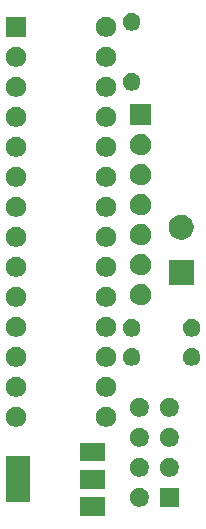
<source format=gts>
G04 #@! TF.GenerationSoftware,KiCad,Pcbnew,5.1.5*
G04 #@! TF.CreationDate,2020-02-12T19:01:32+05:30*
G04 #@! TF.ProjectId,schematics,73636865-6d61-4746-9963-732e6b696361,rev?*
G04 #@! TF.SameCoordinates,Original*
G04 #@! TF.FileFunction,Soldermask,Top*
G04 #@! TF.FilePolarity,Negative*
%FSLAX46Y46*%
G04 Gerber Fmt 4.6, Leading zero omitted, Abs format (unit mm)*
G04 Created by KiCad (PCBNEW 5.1.5) date 2020-02-12 19:01:32*
%MOMM*%
%LPD*%
G04 APERTURE LIST*
%ADD10C,0.100000*%
G04 APERTURE END LIST*
D10*
G36*
X138440000Y-117020000D02*
G01*
X136338000Y-117020000D01*
X136338000Y-115418000D01*
X138440000Y-115418000D01*
X138440000Y-117020000D01*
G37*
G36*
X144704000Y-116256000D02*
G01*
X143078000Y-116256000D01*
X143078000Y-114630000D01*
X144704000Y-114630000D01*
X144704000Y-116256000D01*
G37*
G36*
X141588142Y-114661242D02*
G01*
X141736101Y-114722529D01*
X141869255Y-114811499D01*
X141982501Y-114924745D01*
X142071471Y-115057899D01*
X142132758Y-115205858D01*
X142164000Y-115362925D01*
X142164000Y-115523075D01*
X142132758Y-115680142D01*
X142071471Y-115828101D01*
X141982501Y-115961255D01*
X141869255Y-116074501D01*
X141736101Y-116163471D01*
X141588142Y-116224758D01*
X141431075Y-116256000D01*
X141270925Y-116256000D01*
X141113858Y-116224758D01*
X140965899Y-116163471D01*
X140832745Y-116074501D01*
X140719499Y-115961255D01*
X140630529Y-115828101D01*
X140569242Y-115680142D01*
X140538000Y-115523075D01*
X140538000Y-115362925D01*
X140569242Y-115205858D01*
X140630529Y-115057899D01*
X140719499Y-114924745D01*
X140832745Y-114811499D01*
X140965899Y-114722529D01*
X141113858Y-114661242D01*
X141270925Y-114630000D01*
X141431075Y-114630000D01*
X141588142Y-114661242D01*
G37*
G36*
X132140000Y-115870000D02*
G01*
X130038000Y-115870000D01*
X130038000Y-111968000D01*
X132140000Y-111968000D01*
X132140000Y-115870000D01*
G37*
G36*
X138440000Y-114720000D02*
G01*
X136338000Y-114720000D01*
X136338000Y-113118000D01*
X138440000Y-113118000D01*
X138440000Y-114720000D01*
G37*
G36*
X141588142Y-112121242D02*
G01*
X141736101Y-112182529D01*
X141869255Y-112271499D01*
X141982501Y-112384745D01*
X142071471Y-112517899D01*
X142132758Y-112665858D01*
X142164000Y-112822925D01*
X142164000Y-112983075D01*
X142132758Y-113140142D01*
X142071471Y-113288101D01*
X141982501Y-113421255D01*
X141869255Y-113534501D01*
X141736101Y-113623471D01*
X141588142Y-113684758D01*
X141431075Y-113716000D01*
X141270925Y-113716000D01*
X141113858Y-113684758D01*
X140965899Y-113623471D01*
X140832745Y-113534501D01*
X140719499Y-113421255D01*
X140630529Y-113288101D01*
X140569242Y-113140142D01*
X140538000Y-112983075D01*
X140538000Y-112822925D01*
X140569242Y-112665858D01*
X140630529Y-112517899D01*
X140719499Y-112384745D01*
X140832745Y-112271499D01*
X140965899Y-112182529D01*
X141113858Y-112121242D01*
X141270925Y-112090000D01*
X141431075Y-112090000D01*
X141588142Y-112121242D01*
G37*
G36*
X144128142Y-112121242D02*
G01*
X144276101Y-112182529D01*
X144409255Y-112271499D01*
X144522501Y-112384745D01*
X144611471Y-112517899D01*
X144672758Y-112665858D01*
X144704000Y-112822925D01*
X144704000Y-112983075D01*
X144672758Y-113140142D01*
X144611471Y-113288101D01*
X144522501Y-113421255D01*
X144409255Y-113534501D01*
X144276101Y-113623471D01*
X144128142Y-113684758D01*
X143971075Y-113716000D01*
X143810925Y-113716000D01*
X143653858Y-113684758D01*
X143505899Y-113623471D01*
X143372745Y-113534501D01*
X143259499Y-113421255D01*
X143170529Y-113288101D01*
X143109242Y-113140142D01*
X143078000Y-112983075D01*
X143078000Y-112822925D01*
X143109242Y-112665858D01*
X143170529Y-112517899D01*
X143259499Y-112384745D01*
X143372745Y-112271499D01*
X143505899Y-112182529D01*
X143653858Y-112121242D01*
X143810925Y-112090000D01*
X143971075Y-112090000D01*
X144128142Y-112121242D01*
G37*
G36*
X138440000Y-112420000D02*
G01*
X136338000Y-112420000D01*
X136338000Y-110818000D01*
X138440000Y-110818000D01*
X138440000Y-112420000D01*
G37*
G36*
X144128142Y-109581242D02*
G01*
X144276101Y-109642529D01*
X144409255Y-109731499D01*
X144522501Y-109844745D01*
X144611471Y-109977899D01*
X144672758Y-110125858D01*
X144704000Y-110282925D01*
X144704000Y-110443075D01*
X144672758Y-110600142D01*
X144611471Y-110748101D01*
X144522501Y-110881255D01*
X144409255Y-110994501D01*
X144276101Y-111083471D01*
X144128142Y-111144758D01*
X143971075Y-111176000D01*
X143810925Y-111176000D01*
X143653858Y-111144758D01*
X143505899Y-111083471D01*
X143372745Y-110994501D01*
X143259499Y-110881255D01*
X143170529Y-110748101D01*
X143109242Y-110600142D01*
X143078000Y-110443075D01*
X143078000Y-110282925D01*
X143109242Y-110125858D01*
X143170529Y-109977899D01*
X143259499Y-109844745D01*
X143372745Y-109731499D01*
X143505899Y-109642529D01*
X143653858Y-109581242D01*
X143810925Y-109550000D01*
X143971075Y-109550000D01*
X144128142Y-109581242D01*
G37*
G36*
X141588142Y-109581242D02*
G01*
X141736101Y-109642529D01*
X141869255Y-109731499D01*
X141982501Y-109844745D01*
X142071471Y-109977899D01*
X142132758Y-110125858D01*
X142164000Y-110282925D01*
X142164000Y-110443075D01*
X142132758Y-110600142D01*
X142071471Y-110748101D01*
X141982501Y-110881255D01*
X141869255Y-110994501D01*
X141736101Y-111083471D01*
X141588142Y-111144758D01*
X141431075Y-111176000D01*
X141270925Y-111176000D01*
X141113858Y-111144758D01*
X140965899Y-111083471D01*
X140832745Y-110994501D01*
X140719499Y-110881255D01*
X140630529Y-110748101D01*
X140569242Y-110600142D01*
X140538000Y-110443075D01*
X140538000Y-110282925D01*
X140569242Y-110125858D01*
X140630529Y-109977899D01*
X140719499Y-109844745D01*
X140832745Y-109731499D01*
X140965899Y-109642529D01*
X141113858Y-109581242D01*
X141270925Y-109550000D01*
X141431075Y-109550000D01*
X141588142Y-109581242D01*
G37*
G36*
X131167229Y-107817704D02*
G01*
X131322101Y-107881854D01*
X131461482Y-107974986D01*
X131580016Y-108093520D01*
X131673148Y-108232901D01*
X131737298Y-108387773D01*
X131770001Y-108552185D01*
X131770001Y-108719817D01*
X131737298Y-108884229D01*
X131673148Y-109039101D01*
X131580016Y-109178482D01*
X131461482Y-109297016D01*
X131322101Y-109390148D01*
X131167229Y-109454298D01*
X131002817Y-109487001D01*
X130835185Y-109487001D01*
X130670773Y-109454298D01*
X130515901Y-109390148D01*
X130376520Y-109297016D01*
X130257986Y-109178482D01*
X130164854Y-109039101D01*
X130100704Y-108884229D01*
X130068001Y-108719817D01*
X130068001Y-108552185D01*
X130100704Y-108387773D01*
X130164854Y-108232901D01*
X130257986Y-108093520D01*
X130376520Y-107974986D01*
X130515901Y-107881854D01*
X130670773Y-107817704D01*
X130835185Y-107785001D01*
X131002817Y-107785001D01*
X131167229Y-107817704D01*
G37*
G36*
X138787229Y-107817704D02*
G01*
X138942101Y-107881854D01*
X139081482Y-107974986D01*
X139200016Y-108093520D01*
X139293148Y-108232901D01*
X139357298Y-108387773D01*
X139390001Y-108552185D01*
X139390001Y-108719817D01*
X139357298Y-108884229D01*
X139293148Y-109039101D01*
X139200016Y-109178482D01*
X139081482Y-109297016D01*
X138942101Y-109390148D01*
X138787229Y-109454298D01*
X138622817Y-109487001D01*
X138455185Y-109487001D01*
X138290773Y-109454298D01*
X138135901Y-109390148D01*
X137996520Y-109297016D01*
X137877986Y-109178482D01*
X137784854Y-109039101D01*
X137720704Y-108884229D01*
X137688001Y-108719817D01*
X137688001Y-108552185D01*
X137720704Y-108387773D01*
X137784854Y-108232901D01*
X137877986Y-108093520D01*
X137996520Y-107974986D01*
X138135901Y-107881854D01*
X138290773Y-107817704D01*
X138455185Y-107785001D01*
X138622817Y-107785001D01*
X138787229Y-107817704D01*
G37*
G36*
X144128142Y-107041242D02*
G01*
X144276101Y-107102529D01*
X144409255Y-107191499D01*
X144522501Y-107304745D01*
X144611471Y-107437899D01*
X144672758Y-107585858D01*
X144704000Y-107742925D01*
X144704000Y-107903075D01*
X144672758Y-108060142D01*
X144611471Y-108208101D01*
X144522501Y-108341255D01*
X144409255Y-108454501D01*
X144276101Y-108543471D01*
X144128142Y-108604758D01*
X143971075Y-108636000D01*
X143810925Y-108636000D01*
X143653858Y-108604758D01*
X143505899Y-108543471D01*
X143372745Y-108454501D01*
X143259499Y-108341255D01*
X143170529Y-108208101D01*
X143109242Y-108060142D01*
X143078000Y-107903075D01*
X143078000Y-107742925D01*
X143109242Y-107585858D01*
X143170529Y-107437899D01*
X143259499Y-107304745D01*
X143372745Y-107191499D01*
X143505899Y-107102529D01*
X143653858Y-107041242D01*
X143810925Y-107010000D01*
X143971075Y-107010000D01*
X144128142Y-107041242D01*
G37*
G36*
X141588142Y-107041242D02*
G01*
X141736101Y-107102529D01*
X141869255Y-107191499D01*
X141982501Y-107304745D01*
X142071471Y-107437899D01*
X142132758Y-107585858D01*
X142164000Y-107742925D01*
X142164000Y-107903075D01*
X142132758Y-108060142D01*
X142071471Y-108208101D01*
X141982501Y-108341255D01*
X141869255Y-108454501D01*
X141736101Y-108543471D01*
X141588142Y-108604758D01*
X141431075Y-108636000D01*
X141270925Y-108636000D01*
X141113858Y-108604758D01*
X140965899Y-108543471D01*
X140832745Y-108454501D01*
X140719499Y-108341255D01*
X140630529Y-108208101D01*
X140569242Y-108060142D01*
X140538000Y-107903075D01*
X140538000Y-107742925D01*
X140569242Y-107585858D01*
X140630529Y-107437899D01*
X140719499Y-107304745D01*
X140832745Y-107191499D01*
X140965899Y-107102529D01*
X141113858Y-107041242D01*
X141270925Y-107010000D01*
X141431075Y-107010000D01*
X141588142Y-107041242D01*
G37*
G36*
X131167229Y-105277704D02*
G01*
X131322101Y-105341854D01*
X131461482Y-105434986D01*
X131580016Y-105553520D01*
X131673148Y-105692901D01*
X131737298Y-105847773D01*
X131770001Y-106012185D01*
X131770001Y-106179817D01*
X131737298Y-106344229D01*
X131673148Y-106499101D01*
X131580016Y-106638482D01*
X131461482Y-106757016D01*
X131322101Y-106850148D01*
X131167229Y-106914298D01*
X131002817Y-106947001D01*
X130835185Y-106947001D01*
X130670773Y-106914298D01*
X130515901Y-106850148D01*
X130376520Y-106757016D01*
X130257986Y-106638482D01*
X130164854Y-106499101D01*
X130100704Y-106344229D01*
X130068001Y-106179817D01*
X130068001Y-106012185D01*
X130100704Y-105847773D01*
X130164854Y-105692901D01*
X130257986Y-105553520D01*
X130376520Y-105434986D01*
X130515901Y-105341854D01*
X130670773Y-105277704D01*
X130835185Y-105245001D01*
X131002817Y-105245001D01*
X131167229Y-105277704D01*
G37*
G36*
X138787229Y-105277704D02*
G01*
X138942101Y-105341854D01*
X139081482Y-105434986D01*
X139200016Y-105553520D01*
X139293148Y-105692901D01*
X139357298Y-105847773D01*
X139390001Y-106012185D01*
X139390001Y-106179817D01*
X139357298Y-106344229D01*
X139293148Y-106499101D01*
X139200016Y-106638482D01*
X139081482Y-106757016D01*
X138942101Y-106850148D01*
X138787229Y-106914298D01*
X138622817Y-106947001D01*
X138455185Y-106947001D01*
X138290773Y-106914298D01*
X138135901Y-106850148D01*
X137996520Y-106757016D01*
X137877986Y-106638482D01*
X137784854Y-106499101D01*
X137720704Y-106344229D01*
X137688001Y-106179817D01*
X137688001Y-106012185D01*
X137720704Y-105847773D01*
X137784854Y-105692901D01*
X137877986Y-105553520D01*
X137996520Y-105434986D01*
X138135901Y-105341854D01*
X138290773Y-105277704D01*
X138455185Y-105245001D01*
X138622817Y-105245001D01*
X138787229Y-105277704D01*
G37*
G36*
X138787229Y-102737704D02*
G01*
X138942101Y-102801854D01*
X139081482Y-102894986D01*
X139200016Y-103013520D01*
X139293148Y-103152901D01*
X139357298Y-103307773D01*
X139390001Y-103472185D01*
X139390001Y-103639817D01*
X139357298Y-103804229D01*
X139293148Y-103959101D01*
X139200016Y-104098482D01*
X139081482Y-104217016D01*
X138942101Y-104310148D01*
X138787229Y-104374298D01*
X138622817Y-104407001D01*
X138455185Y-104407001D01*
X138290773Y-104374298D01*
X138135901Y-104310148D01*
X137996520Y-104217016D01*
X137877986Y-104098482D01*
X137784854Y-103959101D01*
X137720704Y-103804229D01*
X137688001Y-103639817D01*
X137688001Y-103472185D01*
X137720704Y-103307773D01*
X137784854Y-103152901D01*
X137877986Y-103013520D01*
X137996520Y-102894986D01*
X138135901Y-102801854D01*
X138290773Y-102737704D01*
X138455185Y-102705001D01*
X138622817Y-102705001D01*
X138787229Y-102737704D01*
G37*
G36*
X131167229Y-102737704D02*
G01*
X131322101Y-102801854D01*
X131461482Y-102894986D01*
X131580016Y-103013520D01*
X131673148Y-103152901D01*
X131737298Y-103307773D01*
X131770001Y-103472185D01*
X131770001Y-103639817D01*
X131737298Y-103804229D01*
X131673148Y-103959101D01*
X131580016Y-104098482D01*
X131461482Y-104217016D01*
X131322101Y-104310148D01*
X131167229Y-104374298D01*
X131002817Y-104407001D01*
X130835185Y-104407001D01*
X130670773Y-104374298D01*
X130515901Y-104310148D01*
X130376520Y-104217016D01*
X130257986Y-104098482D01*
X130164854Y-103959101D01*
X130100704Y-103804229D01*
X130068001Y-103639817D01*
X130068001Y-103472185D01*
X130100704Y-103307773D01*
X130164854Y-103152901D01*
X130257986Y-103013520D01*
X130376520Y-102894986D01*
X130515901Y-102801854D01*
X130670773Y-102737704D01*
X130835185Y-102705001D01*
X131002817Y-102705001D01*
X131167229Y-102737704D01*
G37*
G36*
X146015059Y-102847861D02*
G01*
X146128829Y-102894986D01*
X146151732Y-102904473D01*
X146274735Y-102986661D01*
X146379340Y-103091266D01*
X146379341Y-103091268D01*
X146461529Y-103214271D01*
X146518140Y-103350942D01*
X146542257Y-103472186D01*
X146547000Y-103496034D01*
X146547000Y-103643968D01*
X146518140Y-103789060D01*
X146461528Y-103925733D01*
X146379340Y-104048736D01*
X146274735Y-104153341D01*
X146151732Y-104235529D01*
X146151731Y-104235530D01*
X146151730Y-104235530D01*
X146015059Y-104292141D01*
X145869968Y-104321001D01*
X145722032Y-104321001D01*
X145576941Y-104292141D01*
X145440270Y-104235530D01*
X145440269Y-104235530D01*
X145440268Y-104235529D01*
X145317265Y-104153341D01*
X145212660Y-104048736D01*
X145130472Y-103925733D01*
X145073860Y-103789060D01*
X145045000Y-103643968D01*
X145045000Y-103496034D01*
X145049744Y-103472186D01*
X145073860Y-103350942D01*
X145130471Y-103214271D01*
X145212659Y-103091268D01*
X145212660Y-103091266D01*
X145317265Y-102986661D01*
X145440268Y-102904473D01*
X145463172Y-102894986D01*
X145576941Y-102847861D01*
X145722032Y-102819001D01*
X145869968Y-102819001D01*
X146015059Y-102847861D01*
G37*
G36*
X140935059Y-102847861D02*
G01*
X141048829Y-102894986D01*
X141071732Y-102904473D01*
X141194735Y-102986661D01*
X141299340Y-103091266D01*
X141299341Y-103091268D01*
X141381529Y-103214271D01*
X141438140Y-103350942D01*
X141462257Y-103472186D01*
X141467000Y-103496034D01*
X141467000Y-103643968D01*
X141438140Y-103789060D01*
X141381528Y-103925733D01*
X141299340Y-104048736D01*
X141194735Y-104153341D01*
X141071732Y-104235529D01*
X141071731Y-104235530D01*
X141071730Y-104235530D01*
X140935059Y-104292141D01*
X140789968Y-104321001D01*
X140642032Y-104321001D01*
X140496941Y-104292141D01*
X140360270Y-104235530D01*
X140360269Y-104235530D01*
X140360268Y-104235529D01*
X140237265Y-104153341D01*
X140132660Y-104048736D01*
X140050472Y-103925733D01*
X139993860Y-103789060D01*
X139965000Y-103643968D01*
X139965000Y-103496034D01*
X139969744Y-103472186D01*
X139993860Y-103350942D01*
X140050471Y-103214271D01*
X140132659Y-103091268D01*
X140132660Y-103091266D01*
X140237265Y-102986661D01*
X140360268Y-102904473D01*
X140383172Y-102894986D01*
X140496941Y-102847861D01*
X140642032Y-102819001D01*
X140789968Y-102819001D01*
X140935059Y-102847861D01*
G37*
G36*
X138787229Y-100197704D02*
G01*
X138942101Y-100261854D01*
X139081482Y-100354986D01*
X139200016Y-100473520D01*
X139293148Y-100612901D01*
X139357298Y-100767773D01*
X139390001Y-100932185D01*
X139390001Y-101099817D01*
X139357298Y-101264229D01*
X139293148Y-101419101D01*
X139200016Y-101558482D01*
X139081482Y-101677016D01*
X138942101Y-101770148D01*
X138787229Y-101834298D01*
X138622817Y-101867001D01*
X138455185Y-101867001D01*
X138290773Y-101834298D01*
X138135901Y-101770148D01*
X137996520Y-101677016D01*
X137877986Y-101558482D01*
X137784854Y-101419101D01*
X137720704Y-101264229D01*
X137688001Y-101099817D01*
X137688001Y-100932185D01*
X137720704Y-100767773D01*
X137784854Y-100612901D01*
X137877986Y-100473520D01*
X137996520Y-100354986D01*
X138135901Y-100261854D01*
X138290773Y-100197704D01*
X138455185Y-100165001D01*
X138622817Y-100165001D01*
X138787229Y-100197704D01*
G37*
G36*
X131167229Y-100197704D02*
G01*
X131322101Y-100261854D01*
X131461482Y-100354986D01*
X131580016Y-100473520D01*
X131673148Y-100612901D01*
X131737298Y-100767773D01*
X131770001Y-100932185D01*
X131770001Y-101099817D01*
X131737298Y-101264229D01*
X131673148Y-101419101D01*
X131580016Y-101558482D01*
X131461482Y-101677016D01*
X131322101Y-101770148D01*
X131167229Y-101834298D01*
X131002817Y-101867001D01*
X130835185Y-101867001D01*
X130670773Y-101834298D01*
X130515901Y-101770148D01*
X130376520Y-101677016D01*
X130257986Y-101558482D01*
X130164854Y-101419101D01*
X130100704Y-101264229D01*
X130068001Y-101099817D01*
X130068001Y-100932185D01*
X130100704Y-100767773D01*
X130164854Y-100612901D01*
X130257986Y-100473520D01*
X130376520Y-100354986D01*
X130515901Y-100261854D01*
X130670773Y-100197704D01*
X130835185Y-100165001D01*
X131002817Y-100165001D01*
X131167229Y-100197704D01*
G37*
G36*
X140860281Y-100354986D02*
G01*
X140935059Y-100369860D01*
X141071732Y-100426472D01*
X141194735Y-100508660D01*
X141299340Y-100613265D01*
X141299341Y-100613267D01*
X141381529Y-100736270D01*
X141438140Y-100872941D01*
X141467000Y-101018032D01*
X141467000Y-101165968D01*
X141438140Y-101311059D01*
X141393388Y-101419101D01*
X141381528Y-101447732D01*
X141299340Y-101570735D01*
X141194735Y-101675340D01*
X141071732Y-101757528D01*
X141071731Y-101757529D01*
X141071730Y-101757529D01*
X140935059Y-101814140D01*
X140789968Y-101843000D01*
X140642032Y-101843000D01*
X140496941Y-101814140D01*
X140360270Y-101757529D01*
X140360269Y-101757529D01*
X140360268Y-101757528D01*
X140237265Y-101675340D01*
X140132660Y-101570735D01*
X140050472Y-101447732D01*
X140038613Y-101419101D01*
X139993860Y-101311059D01*
X139965000Y-101165968D01*
X139965000Y-101018032D01*
X139993860Y-100872941D01*
X140050471Y-100736270D01*
X140132659Y-100613267D01*
X140132660Y-100613265D01*
X140237265Y-100508660D01*
X140360268Y-100426472D01*
X140496941Y-100369860D01*
X140571719Y-100354986D01*
X140642032Y-100341000D01*
X140789968Y-100341000D01*
X140860281Y-100354986D01*
G37*
G36*
X145940281Y-100354986D02*
G01*
X146015059Y-100369860D01*
X146151732Y-100426472D01*
X146274735Y-100508660D01*
X146379340Y-100613265D01*
X146379341Y-100613267D01*
X146461529Y-100736270D01*
X146518140Y-100872941D01*
X146547000Y-101018032D01*
X146547000Y-101165968D01*
X146518140Y-101311059D01*
X146473388Y-101419101D01*
X146461528Y-101447732D01*
X146379340Y-101570735D01*
X146274735Y-101675340D01*
X146151732Y-101757528D01*
X146151731Y-101757529D01*
X146151730Y-101757529D01*
X146015059Y-101814140D01*
X145869968Y-101843000D01*
X145722032Y-101843000D01*
X145576941Y-101814140D01*
X145440270Y-101757529D01*
X145440269Y-101757529D01*
X145440268Y-101757528D01*
X145317265Y-101675340D01*
X145212660Y-101570735D01*
X145130472Y-101447732D01*
X145118613Y-101419101D01*
X145073860Y-101311059D01*
X145045000Y-101165968D01*
X145045000Y-101018032D01*
X145073860Y-100872941D01*
X145130471Y-100736270D01*
X145212659Y-100613267D01*
X145212660Y-100613265D01*
X145317265Y-100508660D01*
X145440268Y-100426472D01*
X145576941Y-100369860D01*
X145651719Y-100354986D01*
X145722032Y-100341000D01*
X145869968Y-100341000D01*
X145940281Y-100354986D01*
G37*
G36*
X138787229Y-97657704D02*
G01*
X138942101Y-97721854D01*
X139081482Y-97814986D01*
X139200016Y-97933520D01*
X139293148Y-98072901D01*
X139357298Y-98227773D01*
X139390001Y-98392185D01*
X139390001Y-98559817D01*
X139357298Y-98724229D01*
X139293148Y-98879101D01*
X139200016Y-99018482D01*
X139081482Y-99137016D01*
X138942101Y-99230148D01*
X138787229Y-99294298D01*
X138622817Y-99327001D01*
X138455185Y-99327001D01*
X138290773Y-99294298D01*
X138135901Y-99230148D01*
X137996520Y-99137016D01*
X137877986Y-99018482D01*
X137784854Y-98879101D01*
X137720704Y-98724229D01*
X137688001Y-98559817D01*
X137688001Y-98392185D01*
X137720704Y-98227773D01*
X137784854Y-98072901D01*
X137877986Y-97933520D01*
X137996520Y-97814986D01*
X138135901Y-97721854D01*
X138290773Y-97657704D01*
X138455185Y-97625001D01*
X138622817Y-97625001D01*
X138787229Y-97657704D01*
G37*
G36*
X131167229Y-97657704D02*
G01*
X131322101Y-97721854D01*
X131461482Y-97814986D01*
X131580016Y-97933520D01*
X131673148Y-98072901D01*
X131737298Y-98227773D01*
X131770001Y-98392185D01*
X131770001Y-98559817D01*
X131737298Y-98724229D01*
X131673148Y-98879101D01*
X131580016Y-99018482D01*
X131461482Y-99137016D01*
X131322101Y-99230148D01*
X131167229Y-99294298D01*
X131002817Y-99327001D01*
X130835185Y-99327001D01*
X130670773Y-99294298D01*
X130515901Y-99230148D01*
X130376520Y-99137016D01*
X130257986Y-99018482D01*
X130164854Y-98879101D01*
X130100704Y-98724229D01*
X130068001Y-98559817D01*
X130068001Y-98392185D01*
X130100704Y-98227773D01*
X130164854Y-98072901D01*
X130257986Y-97933520D01*
X130376520Y-97814986D01*
X130515901Y-97721854D01*
X130670773Y-97657704D01*
X130835185Y-97625001D01*
X131002817Y-97625001D01*
X131167229Y-97657704D01*
G37*
G36*
X141591512Y-97401927D02*
G01*
X141740812Y-97431624D01*
X141904784Y-97499544D01*
X142052354Y-97598147D01*
X142177853Y-97723646D01*
X142276456Y-97871216D01*
X142344376Y-98035188D01*
X142379000Y-98209259D01*
X142379000Y-98386741D01*
X142344376Y-98560812D01*
X142276456Y-98724784D01*
X142177853Y-98872354D01*
X142052354Y-98997853D01*
X141904784Y-99096456D01*
X141740812Y-99164376D01*
X141591512Y-99194073D01*
X141566742Y-99199000D01*
X141389258Y-99199000D01*
X141364488Y-99194073D01*
X141215188Y-99164376D01*
X141051216Y-99096456D01*
X140903646Y-98997853D01*
X140778147Y-98872354D01*
X140679544Y-98724784D01*
X140611624Y-98560812D01*
X140577000Y-98386741D01*
X140577000Y-98209259D01*
X140611624Y-98035188D01*
X140679544Y-97871216D01*
X140778147Y-97723646D01*
X140903646Y-97598147D01*
X141051216Y-97499544D01*
X141215188Y-97431624D01*
X141364488Y-97401927D01*
X141389258Y-97397000D01*
X141566742Y-97397000D01*
X141591512Y-97401927D01*
G37*
G36*
X145957490Y-97443490D02*
G01*
X143856510Y-97443490D01*
X143856510Y-95342510D01*
X145957490Y-95342510D01*
X145957490Y-97443490D01*
G37*
G36*
X131167229Y-95117704D02*
G01*
X131322101Y-95181854D01*
X131461482Y-95274986D01*
X131580016Y-95393520D01*
X131673148Y-95532901D01*
X131737298Y-95687773D01*
X131770001Y-95852185D01*
X131770001Y-96019817D01*
X131737298Y-96184229D01*
X131673148Y-96339101D01*
X131580016Y-96478482D01*
X131461482Y-96597016D01*
X131322101Y-96690148D01*
X131167229Y-96754298D01*
X131002817Y-96787001D01*
X130835185Y-96787001D01*
X130670773Y-96754298D01*
X130515901Y-96690148D01*
X130376520Y-96597016D01*
X130257986Y-96478482D01*
X130164854Y-96339101D01*
X130100704Y-96184229D01*
X130068001Y-96019817D01*
X130068001Y-95852185D01*
X130100704Y-95687773D01*
X130164854Y-95532901D01*
X130257986Y-95393520D01*
X130376520Y-95274986D01*
X130515901Y-95181854D01*
X130670773Y-95117704D01*
X130835185Y-95085001D01*
X131002817Y-95085001D01*
X131167229Y-95117704D01*
G37*
G36*
X138787229Y-95117704D02*
G01*
X138942101Y-95181854D01*
X139081482Y-95274986D01*
X139200016Y-95393520D01*
X139293148Y-95532901D01*
X139357298Y-95687773D01*
X139390001Y-95852185D01*
X139390001Y-96019817D01*
X139357298Y-96184229D01*
X139293148Y-96339101D01*
X139200016Y-96478482D01*
X139081482Y-96597016D01*
X138942101Y-96690148D01*
X138787229Y-96754298D01*
X138622817Y-96787001D01*
X138455185Y-96787001D01*
X138290773Y-96754298D01*
X138135901Y-96690148D01*
X137996520Y-96597016D01*
X137877986Y-96478482D01*
X137784854Y-96339101D01*
X137720704Y-96184229D01*
X137688001Y-96019817D01*
X137688001Y-95852185D01*
X137720704Y-95687773D01*
X137784854Y-95532901D01*
X137877986Y-95393520D01*
X137996520Y-95274986D01*
X138135901Y-95181854D01*
X138290773Y-95117704D01*
X138455185Y-95085001D01*
X138622817Y-95085001D01*
X138787229Y-95117704D01*
G37*
G36*
X141591512Y-94861927D02*
G01*
X141740812Y-94891624D01*
X141904784Y-94959544D01*
X142052354Y-95058147D01*
X142177853Y-95183646D01*
X142276456Y-95331216D01*
X142344376Y-95495188D01*
X142379000Y-95669259D01*
X142379000Y-95846741D01*
X142344376Y-96020812D01*
X142276456Y-96184784D01*
X142177853Y-96332354D01*
X142052354Y-96457853D01*
X141904784Y-96556456D01*
X141740812Y-96624376D01*
X141591512Y-96654073D01*
X141566742Y-96659000D01*
X141389258Y-96659000D01*
X141364488Y-96654073D01*
X141215188Y-96624376D01*
X141051216Y-96556456D01*
X140903646Y-96457853D01*
X140778147Y-96332354D01*
X140679544Y-96184784D01*
X140611624Y-96020812D01*
X140577000Y-95846741D01*
X140577000Y-95669259D01*
X140611624Y-95495188D01*
X140679544Y-95331216D01*
X140778147Y-95183646D01*
X140903646Y-95058147D01*
X141051216Y-94959544D01*
X141215188Y-94891624D01*
X141364488Y-94861927D01*
X141389258Y-94857000D01*
X141566742Y-94857000D01*
X141591512Y-94861927D01*
G37*
G36*
X138787229Y-92577704D02*
G01*
X138942101Y-92641854D01*
X139081482Y-92734986D01*
X139200016Y-92853520D01*
X139293148Y-92992901D01*
X139357298Y-93147773D01*
X139390001Y-93312185D01*
X139390001Y-93479817D01*
X139357298Y-93644229D01*
X139293148Y-93799101D01*
X139200016Y-93938482D01*
X139081482Y-94057016D01*
X138942101Y-94150148D01*
X138787229Y-94214298D01*
X138622817Y-94247001D01*
X138455185Y-94247001D01*
X138290773Y-94214298D01*
X138135901Y-94150148D01*
X137996520Y-94057016D01*
X137877986Y-93938482D01*
X137784854Y-93799101D01*
X137720704Y-93644229D01*
X137688001Y-93479817D01*
X137688001Y-93312185D01*
X137720704Y-93147773D01*
X137784854Y-92992901D01*
X137877986Y-92853520D01*
X137996520Y-92734986D01*
X138135901Y-92641854D01*
X138290773Y-92577704D01*
X138455185Y-92545001D01*
X138622817Y-92545001D01*
X138787229Y-92577704D01*
G37*
G36*
X131167229Y-92577704D02*
G01*
X131322101Y-92641854D01*
X131461482Y-92734986D01*
X131580016Y-92853520D01*
X131673148Y-92992901D01*
X131737298Y-93147773D01*
X131770001Y-93312185D01*
X131770001Y-93479817D01*
X131737298Y-93644229D01*
X131673148Y-93799101D01*
X131580016Y-93938482D01*
X131461482Y-94057016D01*
X131322101Y-94150148D01*
X131167229Y-94214298D01*
X131002817Y-94247001D01*
X130835185Y-94247001D01*
X130670773Y-94214298D01*
X130515901Y-94150148D01*
X130376520Y-94057016D01*
X130257986Y-93938482D01*
X130164854Y-93799101D01*
X130100704Y-93644229D01*
X130068001Y-93479817D01*
X130068001Y-93312185D01*
X130100704Y-93147773D01*
X130164854Y-92992901D01*
X130257986Y-92853520D01*
X130376520Y-92734986D01*
X130515901Y-92641854D01*
X130670773Y-92577704D01*
X130835185Y-92545001D01*
X131002817Y-92545001D01*
X131167229Y-92577704D01*
G37*
G36*
X141591512Y-92321927D02*
G01*
X141740812Y-92351624D01*
X141904784Y-92419544D01*
X142052354Y-92518147D01*
X142177853Y-92643646D01*
X142276456Y-92791216D01*
X142344376Y-92955188D01*
X142379000Y-93129259D01*
X142379000Y-93306741D01*
X142344376Y-93480812D01*
X142276456Y-93644784D01*
X142177853Y-93792354D01*
X142052354Y-93917853D01*
X141904784Y-94016456D01*
X141740812Y-94084376D01*
X141591512Y-94114073D01*
X141566742Y-94119000D01*
X141389258Y-94119000D01*
X141364488Y-94114073D01*
X141215188Y-94084376D01*
X141051216Y-94016456D01*
X140903646Y-93917853D01*
X140778147Y-93792354D01*
X140679544Y-93644784D01*
X140611624Y-93480812D01*
X140577000Y-93306741D01*
X140577000Y-93129259D01*
X140611624Y-92955188D01*
X140679544Y-92791216D01*
X140778147Y-92643646D01*
X140903646Y-92518147D01*
X141051216Y-92419544D01*
X141215188Y-92351624D01*
X141364488Y-92321927D01*
X141389258Y-92317000D01*
X141566742Y-92317000D01*
X141591512Y-92321927D01*
G37*
G36*
X145213416Y-91572879D02*
G01*
X145404592Y-91652067D01*
X145404594Y-91652068D01*
X145437860Y-91674296D01*
X145576648Y-91767031D01*
X145722969Y-91913352D01*
X145837933Y-92085408D01*
X145917121Y-92276584D01*
X145957490Y-92479534D01*
X145957490Y-92686466D01*
X145917121Y-92889416D01*
X145837933Y-93080592D01*
X145837932Y-93080594D01*
X145722969Y-93252648D01*
X145576648Y-93398969D01*
X145404594Y-93513932D01*
X145404593Y-93513933D01*
X145404592Y-93513933D01*
X145213416Y-93593121D01*
X145010466Y-93633490D01*
X144803534Y-93633490D01*
X144600584Y-93593121D01*
X144409408Y-93513933D01*
X144409407Y-93513933D01*
X144409406Y-93513932D01*
X144237352Y-93398969D01*
X144091031Y-93252648D01*
X143976068Y-93080594D01*
X143976067Y-93080592D01*
X143896879Y-92889416D01*
X143856510Y-92686466D01*
X143856510Y-92479534D01*
X143896879Y-92276584D01*
X143976067Y-92085408D01*
X144091031Y-91913352D01*
X144237352Y-91767031D01*
X144376140Y-91674296D01*
X144409406Y-91652068D01*
X144409408Y-91652067D01*
X144600584Y-91572879D01*
X144803534Y-91532510D01*
X145010466Y-91532510D01*
X145213416Y-91572879D01*
G37*
G36*
X138787229Y-90037704D02*
G01*
X138942101Y-90101854D01*
X139081482Y-90194986D01*
X139200016Y-90313520D01*
X139293148Y-90452901D01*
X139357298Y-90607773D01*
X139390001Y-90772185D01*
X139390001Y-90939817D01*
X139357298Y-91104229D01*
X139293148Y-91259101D01*
X139200016Y-91398482D01*
X139081482Y-91517016D01*
X138942101Y-91610148D01*
X138787229Y-91674298D01*
X138622817Y-91707001D01*
X138455185Y-91707001D01*
X138290773Y-91674298D01*
X138135901Y-91610148D01*
X137996520Y-91517016D01*
X137877986Y-91398482D01*
X137784854Y-91259101D01*
X137720704Y-91104229D01*
X137688001Y-90939817D01*
X137688001Y-90772185D01*
X137720704Y-90607773D01*
X137784854Y-90452901D01*
X137877986Y-90313520D01*
X137996520Y-90194986D01*
X138135901Y-90101854D01*
X138290773Y-90037704D01*
X138455185Y-90005001D01*
X138622817Y-90005001D01*
X138787229Y-90037704D01*
G37*
G36*
X131167229Y-90037704D02*
G01*
X131322101Y-90101854D01*
X131461482Y-90194986D01*
X131580016Y-90313520D01*
X131673148Y-90452901D01*
X131737298Y-90607773D01*
X131770001Y-90772185D01*
X131770001Y-90939817D01*
X131737298Y-91104229D01*
X131673148Y-91259101D01*
X131580016Y-91398482D01*
X131461482Y-91517016D01*
X131322101Y-91610148D01*
X131167229Y-91674298D01*
X131002817Y-91707001D01*
X130835185Y-91707001D01*
X130670773Y-91674298D01*
X130515901Y-91610148D01*
X130376520Y-91517016D01*
X130257986Y-91398482D01*
X130164854Y-91259101D01*
X130100704Y-91104229D01*
X130068001Y-90939817D01*
X130068001Y-90772185D01*
X130100704Y-90607773D01*
X130164854Y-90452901D01*
X130257986Y-90313520D01*
X130376520Y-90194986D01*
X130515901Y-90101854D01*
X130670773Y-90037704D01*
X130835185Y-90005001D01*
X131002817Y-90005001D01*
X131167229Y-90037704D01*
G37*
G36*
X141591512Y-89781927D02*
G01*
X141740812Y-89811624D01*
X141904784Y-89879544D01*
X142052354Y-89978147D01*
X142177853Y-90103646D01*
X142276456Y-90251216D01*
X142344376Y-90415188D01*
X142379000Y-90589259D01*
X142379000Y-90766741D01*
X142344376Y-90940812D01*
X142276456Y-91104784D01*
X142177853Y-91252354D01*
X142052354Y-91377853D01*
X141904784Y-91476456D01*
X141740812Y-91544376D01*
X141597514Y-91572879D01*
X141566742Y-91579000D01*
X141389258Y-91579000D01*
X141358486Y-91572879D01*
X141215188Y-91544376D01*
X141051216Y-91476456D01*
X140903646Y-91377853D01*
X140778147Y-91252354D01*
X140679544Y-91104784D01*
X140611624Y-90940812D01*
X140577000Y-90766741D01*
X140577000Y-90589259D01*
X140611624Y-90415188D01*
X140679544Y-90251216D01*
X140778147Y-90103646D01*
X140903646Y-89978147D01*
X141051216Y-89879544D01*
X141215188Y-89811624D01*
X141364488Y-89781927D01*
X141389258Y-89777000D01*
X141566742Y-89777000D01*
X141591512Y-89781927D01*
G37*
G36*
X138787229Y-87497704D02*
G01*
X138942101Y-87561854D01*
X139081482Y-87654986D01*
X139200016Y-87773520D01*
X139293148Y-87912901D01*
X139357298Y-88067773D01*
X139390001Y-88232185D01*
X139390001Y-88399817D01*
X139357298Y-88564229D01*
X139293148Y-88719101D01*
X139200016Y-88858482D01*
X139081482Y-88977016D01*
X138942101Y-89070148D01*
X138787229Y-89134298D01*
X138622817Y-89167001D01*
X138455185Y-89167001D01*
X138290773Y-89134298D01*
X138135901Y-89070148D01*
X137996520Y-88977016D01*
X137877986Y-88858482D01*
X137784854Y-88719101D01*
X137720704Y-88564229D01*
X137688001Y-88399817D01*
X137688001Y-88232185D01*
X137720704Y-88067773D01*
X137784854Y-87912901D01*
X137877986Y-87773520D01*
X137996520Y-87654986D01*
X138135901Y-87561854D01*
X138290773Y-87497704D01*
X138455185Y-87465001D01*
X138622817Y-87465001D01*
X138787229Y-87497704D01*
G37*
G36*
X131167229Y-87497704D02*
G01*
X131322101Y-87561854D01*
X131461482Y-87654986D01*
X131580016Y-87773520D01*
X131673148Y-87912901D01*
X131737298Y-88067773D01*
X131770001Y-88232185D01*
X131770001Y-88399817D01*
X131737298Y-88564229D01*
X131673148Y-88719101D01*
X131580016Y-88858482D01*
X131461482Y-88977016D01*
X131322101Y-89070148D01*
X131167229Y-89134298D01*
X131002817Y-89167001D01*
X130835185Y-89167001D01*
X130670773Y-89134298D01*
X130515901Y-89070148D01*
X130376520Y-88977016D01*
X130257986Y-88858482D01*
X130164854Y-88719101D01*
X130100704Y-88564229D01*
X130068001Y-88399817D01*
X130068001Y-88232185D01*
X130100704Y-88067773D01*
X130164854Y-87912901D01*
X130257986Y-87773520D01*
X130376520Y-87654986D01*
X130515901Y-87561854D01*
X130670773Y-87497704D01*
X130835185Y-87465001D01*
X131002817Y-87465001D01*
X131167229Y-87497704D01*
G37*
G36*
X141591512Y-87241927D02*
G01*
X141740812Y-87271624D01*
X141904784Y-87339544D01*
X142052354Y-87438147D01*
X142177853Y-87563646D01*
X142276456Y-87711216D01*
X142344376Y-87875188D01*
X142379000Y-88049259D01*
X142379000Y-88226741D01*
X142344376Y-88400812D01*
X142276456Y-88564784D01*
X142177853Y-88712354D01*
X142052354Y-88837853D01*
X141904784Y-88936456D01*
X141740812Y-89004376D01*
X141591512Y-89034073D01*
X141566742Y-89039000D01*
X141389258Y-89039000D01*
X141364488Y-89034073D01*
X141215188Y-89004376D01*
X141051216Y-88936456D01*
X140903646Y-88837853D01*
X140778147Y-88712354D01*
X140679544Y-88564784D01*
X140611624Y-88400812D01*
X140577000Y-88226741D01*
X140577000Y-88049259D01*
X140611624Y-87875188D01*
X140679544Y-87711216D01*
X140778147Y-87563646D01*
X140903646Y-87438147D01*
X141051216Y-87339544D01*
X141215188Y-87271624D01*
X141364488Y-87241927D01*
X141389258Y-87237000D01*
X141566742Y-87237000D01*
X141591512Y-87241927D01*
G37*
G36*
X138787229Y-84957704D02*
G01*
X138942101Y-85021854D01*
X139081482Y-85114986D01*
X139200016Y-85233520D01*
X139293148Y-85372901D01*
X139357298Y-85527773D01*
X139390001Y-85692185D01*
X139390001Y-85859817D01*
X139357298Y-86024229D01*
X139293148Y-86179101D01*
X139200016Y-86318482D01*
X139081482Y-86437016D01*
X138942101Y-86530148D01*
X138787229Y-86594298D01*
X138622817Y-86627001D01*
X138455185Y-86627001D01*
X138290773Y-86594298D01*
X138135901Y-86530148D01*
X137996520Y-86437016D01*
X137877986Y-86318482D01*
X137784854Y-86179101D01*
X137720704Y-86024229D01*
X137688001Y-85859817D01*
X137688001Y-85692185D01*
X137720704Y-85527773D01*
X137784854Y-85372901D01*
X137877986Y-85233520D01*
X137996520Y-85114986D01*
X138135901Y-85021854D01*
X138290773Y-84957704D01*
X138455185Y-84925001D01*
X138622817Y-84925001D01*
X138787229Y-84957704D01*
G37*
G36*
X131167229Y-84957704D02*
G01*
X131322101Y-85021854D01*
X131461482Y-85114986D01*
X131580016Y-85233520D01*
X131673148Y-85372901D01*
X131737298Y-85527773D01*
X131770001Y-85692185D01*
X131770001Y-85859817D01*
X131737298Y-86024229D01*
X131673148Y-86179101D01*
X131580016Y-86318482D01*
X131461482Y-86437016D01*
X131322101Y-86530148D01*
X131167229Y-86594298D01*
X131002817Y-86627001D01*
X130835185Y-86627001D01*
X130670773Y-86594298D01*
X130515901Y-86530148D01*
X130376520Y-86437016D01*
X130257986Y-86318482D01*
X130164854Y-86179101D01*
X130100704Y-86024229D01*
X130068001Y-85859817D01*
X130068001Y-85692185D01*
X130100704Y-85527773D01*
X130164854Y-85372901D01*
X130257986Y-85233520D01*
X130376520Y-85114986D01*
X130515901Y-85021854D01*
X130670773Y-84957704D01*
X130835185Y-84925001D01*
X131002817Y-84925001D01*
X131167229Y-84957704D01*
G37*
G36*
X141591512Y-84701927D02*
G01*
X141740812Y-84731624D01*
X141904784Y-84799544D01*
X142052354Y-84898147D01*
X142177853Y-85023646D01*
X142276456Y-85171216D01*
X142344376Y-85335188D01*
X142379000Y-85509259D01*
X142379000Y-85686741D01*
X142344376Y-85860812D01*
X142276456Y-86024784D01*
X142177853Y-86172354D01*
X142052354Y-86297853D01*
X141904784Y-86396456D01*
X141740812Y-86464376D01*
X141591512Y-86494073D01*
X141566742Y-86499000D01*
X141389258Y-86499000D01*
X141364488Y-86494073D01*
X141215188Y-86464376D01*
X141051216Y-86396456D01*
X140903646Y-86297853D01*
X140778147Y-86172354D01*
X140679544Y-86024784D01*
X140611624Y-85860812D01*
X140577000Y-85686741D01*
X140577000Y-85509259D01*
X140611624Y-85335188D01*
X140679544Y-85171216D01*
X140778147Y-85023646D01*
X140903646Y-84898147D01*
X141051216Y-84799544D01*
X141215188Y-84731624D01*
X141364488Y-84701927D01*
X141389258Y-84697000D01*
X141566742Y-84697000D01*
X141591512Y-84701927D01*
G37*
G36*
X131167229Y-82417704D02*
G01*
X131322101Y-82481854D01*
X131461482Y-82574986D01*
X131580016Y-82693520D01*
X131673148Y-82832901D01*
X131737298Y-82987773D01*
X131770001Y-83152185D01*
X131770001Y-83319817D01*
X131737298Y-83484229D01*
X131673148Y-83639101D01*
X131580016Y-83778482D01*
X131461482Y-83897016D01*
X131322101Y-83990148D01*
X131167229Y-84054298D01*
X131002817Y-84087001D01*
X130835185Y-84087001D01*
X130670773Y-84054298D01*
X130515901Y-83990148D01*
X130376520Y-83897016D01*
X130257986Y-83778482D01*
X130164854Y-83639101D01*
X130100704Y-83484229D01*
X130068001Y-83319817D01*
X130068001Y-83152185D01*
X130100704Y-82987773D01*
X130164854Y-82832901D01*
X130257986Y-82693520D01*
X130376520Y-82574986D01*
X130515901Y-82481854D01*
X130670773Y-82417704D01*
X130835185Y-82385001D01*
X131002817Y-82385001D01*
X131167229Y-82417704D01*
G37*
G36*
X138787229Y-82417704D02*
G01*
X138942101Y-82481854D01*
X139081482Y-82574986D01*
X139200016Y-82693520D01*
X139293148Y-82832901D01*
X139357298Y-82987773D01*
X139390001Y-83152185D01*
X139390001Y-83319817D01*
X139357298Y-83484229D01*
X139293148Y-83639101D01*
X139200016Y-83778482D01*
X139081482Y-83897016D01*
X138942101Y-83990148D01*
X138787229Y-84054298D01*
X138622817Y-84087001D01*
X138455185Y-84087001D01*
X138290773Y-84054298D01*
X138135901Y-83990148D01*
X137996520Y-83897016D01*
X137877986Y-83778482D01*
X137784854Y-83639101D01*
X137720704Y-83484229D01*
X137688001Y-83319817D01*
X137688001Y-83152185D01*
X137720704Y-82987773D01*
X137784854Y-82832901D01*
X137877986Y-82693520D01*
X137996520Y-82574986D01*
X138135901Y-82481854D01*
X138290773Y-82417704D01*
X138455185Y-82385001D01*
X138622817Y-82385001D01*
X138787229Y-82417704D01*
G37*
G36*
X142379000Y-83959000D02*
G01*
X140577000Y-83959000D01*
X140577000Y-82157000D01*
X142379000Y-82157000D01*
X142379000Y-83959000D01*
G37*
G36*
X131167229Y-79877704D02*
G01*
X131322101Y-79941854D01*
X131461482Y-80034986D01*
X131580016Y-80153520D01*
X131673148Y-80292901D01*
X131737298Y-80447773D01*
X131770001Y-80612185D01*
X131770001Y-80779817D01*
X131737298Y-80944229D01*
X131673148Y-81099101D01*
X131580016Y-81238482D01*
X131461482Y-81357016D01*
X131322101Y-81450148D01*
X131167229Y-81514298D01*
X131002817Y-81547001D01*
X130835185Y-81547001D01*
X130670773Y-81514298D01*
X130515901Y-81450148D01*
X130376520Y-81357016D01*
X130257986Y-81238482D01*
X130164854Y-81099101D01*
X130100704Y-80944229D01*
X130068001Y-80779817D01*
X130068001Y-80612185D01*
X130100704Y-80447773D01*
X130164854Y-80292901D01*
X130257986Y-80153520D01*
X130376520Y-80034986D01*
X130515901Y-79941854D01*
X130670773Y-79877704D01*
X130835185Y-79845001D01*
X131002817Y-79845001D01*
X131167229Y-79877704D01*
G37*
G36*
X138787229Y-79877704D02*
G01*
X138942101Y-79941854D01*
X139081482Y-80034986D01*
X139200016Y-80153520D01*
X139293148Y-80292901D01*
X139357298Y-80447773D01*
X139390001Y-80612185D01*
X139390001Y-80779817D01*
X139357298Y-80944229D01*
X139293148Y-81099101D01*
X139200016Y-81238482D01*
X139081482Y-81357016D01*
X138942101Y-81450148D01*
X138787229Y-81514298D01*
X138622817Y-81547001D01*
X138455185Y-81547001D01*
X138290773Y-81514298D01*
X138135901Y-81450148D01*
X137996520Y-81357016D01*
X137877986Y-81238482D01*
X137784854Y-81099101D01*
X137720704Y-80944229D01*
X137688001Y-80779817D01*
X137688001Y-80612185D01*
X137720704Y-80447773D01*
X137784854Y-80292901D01*
X137877986Y-80153520D01*
X137996520Y-80034986D01*
X138135901Y-79941854D01*
X138290773Y-79877704D01*
X138455185Y-79845001D01*
X138622817Y-79845001D01*
X138787229Y-79877704D01*
G37*
G36*
X140935059Y-79541860D02*
G01*
X141071732Y-79598472D01*
X141194735Y-79680660D01*
X141299340Y-79785265D01*
X141361107Y-79877706D01*
X141381529Y-79908270D01*
X141438140Y-80044941D01*
X141459738Y-80153521D01*
X141467000Y-80190033D01*
X141467000Y-80337967D01*
X141438140Y-80483059D01*
X141381528Y-80619732D01*
X141299340Y-80742735D01*
X141194735Y-80847340D01*
X141071732Y-80929528D01*
X141071731Y-80929529D01*
X141071730Y-80929529D01*
X140935059Y-80986140D01*
X140789968Y-81015000D01*
X140642032Y-81015000D01*
X140496941Y-80986140D01*
X140360270Y-80929529D01*
X140360269Y-80929529D01*
X140360268Y-80929528D01*
X140237265Y-80847340D01*
X140132660Y-80742735D01*
X140050472Y-80619732D01*
X139993860Y-80483059D01*
X139965000Y-80337967D01*
X139965000Y-80190033D01*
X139972263Y-80153521D01*
X139993860Y-80044941D01*
X140050471Y-79908270D01*
X140070893Y-79877706D01*
X140132660Y-79785265D01*
X140237265Y-79680660D01*
X140360268Y-79598472D01*
X140496941Y-79541860D01*
X140642032Y-79513000D01*
X140789968Y-79513000D01*
X140935059Y-79541860D01*
G37*
G36*
X131167229Y-77337704D02*
G01*
X131322101Y-77401854D01*
X131461482Y-77494986D01*
X131580016Y-77613520D01*
X131673148Y-77752901D01*
X131737298Y-77907773D01*
X131770001Y-78072185D01*
X131770001Y-78239817D01*
X131737298Y-78404229D01*
X131673148Y-78559101D01*
X131580016Y-78698482D01*
X131461482Y-78817016D01*
X131322101Y-78910148D01*
X131167229Y-78974298D01*
X131002817Y-79007001D01*
X130835185Y-79007001D01*
X130670773Y-78974298D01*
X130515901Y-78910148D01*
X130376520Y-78817016D01*
X130257986Y-78698482D01*
X130164854Y-78559101D01*
X130100704Y-78404229D01*
X130068001Y-78239817D01*
X130068001Y-78072185D01*
X130100704Y-77907773D01*
X130164854Y-77752901D01*
X130257986Y-77613520D01*
X130376520Y-77494986D01*
X130515901Y-77401854D01*
X130670773Y-77337704D01*
X130835185Y-77305001D01*
X131002817Y-77305001D01*
X131167229Y-77337704D01*
G37*
G36*
X138787229Y-77337704D02*
G01*
X138942101Y-77401854D01*
X139081482Y-77494986D01*
X139200016Y-77613520D01*
X139293148Y-77752901D01*
X139357298Y-77907773D01*
X139390001Y-78072185D01*
X139390001Y-78239817D01*
X139357298Y-78404229D01*
X139293148Y-78559101D01*
X139200016Y-78698482D01*
X139081482Y-78817016D01*
X138942101Y-78910148D01*
X138787229Y-78974298D01*
X138622817Y-79007001D01*
X138455185Y-79007001D01*
X138290773Y-78974298D01*
X138135901Y-78910148D01*
X137996520Y-78817016D01*
X137877986Y-78698482D01*
X137784854Y-78559101D01*
X137720704Y-78404229D01*
X137688001Y-78239817D01*
X137688001Y-78072185D01*
X137720704Y-77907773D01*
X137784854Y-77752901D01*
X137877986Y-77613520D01*
X137996520Y-77494986D01*
X138135901Y-77401854D01*
X138290773Y-77337704D01*
X138455185Y-77305001D01*
X138622817Y-77305001D01*
X138787229Y-77337704D01*
G37*
G36*
X138787229Y-74797704D02*
G01*
X138942101Y-74861854D01*
X139081482Y-74954986D01*
X139200016Y-75073520D01*
X139293148Y-75212901D01*
X139357298Y-75367773D01*
X139390001Y-75532185D01*
X139390001Y-75699817D01*
X139357298Y-75864229D01*
X139293148Y-76019101D01*
X139200016Y-76158482D01*
X139081482Y-76277016D01*
X138942101Y-76370148D01*
X138787229Y-76434298D01*
X138622817Y-76467001D01*
X138455185Y-76467001D01*
X138290773Y-76434298D01*
X138135901Y-76370148D01*
X137996520Y-76277016D01*
X137877986Y-76158482D01*
X137784854Y-76019101D01*
X137720704Y-75864229D01*
X137688001Y-75699817D01*
X137688001Y-75532185D01*
X137720704Y-75367773D01*
X137784854Y-75212901D01*
X137877986Y-75073520D01*
X137996520Y-74954986D01*
X138135901Y-74861854D01*
X138290773Y-74797704D01*
X138455185Y-74765001D01*
X138622817Y-74765001D01*
X138787229Y-74797704D01*
G37*
G36*
X131770001Y-76467001D02*
G01*
X130068001Y-76467001D01*
X130068001Y-74765001D01*
X131770001Y-74765001D01*
X131770001Y-76467001D01*
G37*
G36*
X140935059Y-74461860D02*
G01*
X141071732Y-74518472D01*
X141194735Y-74600660D01*
X141299340Y-74705265D01*
X141361107Y-74797706D01*
X141381529Y-74828270D01*
X141438140Y-74964941D01*
X141459738Y-75073521D01*
X141467000Y-75110033D01*
X141467000Y-75257967D01*
X141438140Y-75403059D01*
X141381528Y-75539732D01*
X141299340Y-75662735D01*
X141194735Y-75767340D01*
X141071732Y-75849528D01*
X141071731Y-75849529D01*
X141071730Y-75849529D01*
X140935059Y-75906140D01*
X140789968Y-75935000D01*
X140642032Y-75935000D01*
X140496941Y-75906140D01*
X140360270Y-75849529D01*
X140360269Y-75849529D01*
X140360268Y-75849528D01*
X140237265Y-75767340D01*
X140132660Y-75662735D01*
X140050472Y-75539732D01*
X139993860Y-75403059D01*
X139965000Y-75257967D01*
X139965000Y-75110033D01*
X139972263Y-75073521D01*
X139993860Y-74964941D01*
X140050471Y-74828270D01*
X140070893Y-74797706D01*
X140132660Y-74705265D01*
X140237265Y-74600660D01*
X140360268Y-74518472D01*
X140496941Y-74461860D01*
X140642032Y-74433000D01*
X140789968Y-74433000D01*
X140935059Y-74461860D01*
G37*
M02*

</source>
